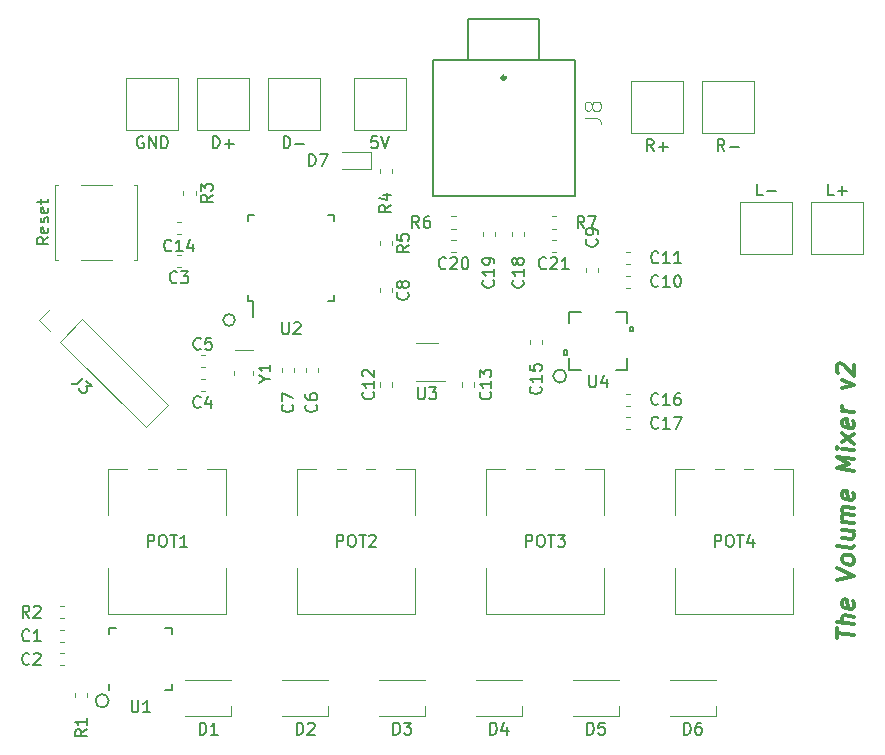
<source format=gbr>
G04 #@! TF.GenerationSoftware,KiCad,Pcbnew,(5.0.0)*
G04 #@! TF.CreationDate,2021-03-23T02:02:14-07:00*
G04 #@! TF.ProjectId,TheVolumeMixerV2,546865566F6C756D654D697865725632,rev?*
G04 #@! TF.SameCoordinates,Original*
G04 #@! TF.FileFunction,Legend,Top*
G04 #@! TF.FilePolarity,Positive*
%FSLAX46Y46*%
G04 Gerber Fmt 4.6, Leading zero omitted, Abs format (unit mm)*
G04 Created by KiCad (PCBNEW (5.0.0)) date 03/23/21 02:02:14*
%MOMM*%
%LPD*%
G01*
G04 APERTURE LIST*
%ADD10C,0.300000*%
%ADD11C,0.200000*%
%ADD12C,0.152400*%
%ADD13C,0.120000*%
%ADD14C,0.127000*%
%ADD15C,0.150000*%
%ADD16C,0.015000*%
G04 APERTURE END LIST*
D10*
X182178571Y-116182857D02*
X182178571Y-115325714D01*
X183678571Y-115941785D02*
X182178571Y-115754285D01*
X183678571Y-115013214D02*
X182178571Y-114825714D01*
X183678571Y-114370357D02*
X182892857Y-114272142D01*
X182750000Y-114325714D01*
X182678571Y-114459642D01*
X182678571Y-114673928D01*
X182750000Y-114825714D01*
X182821428Y-114906071D01*
X183607142Y-113075714D02*
X183678571Y-113227500D01*
X183678571Y-113513214D01*
X183607142Y-113647142D01*
X183464285Y-113700714D01*
X182892857Y-113629285D01*
X182750000Y-113540000D01*
X182678571Y-113388214D01*
X182678571Y-113102500D01*
X182750000Y-112968571D01*
X182892857Y-112915000D01*
X183035714Y-112932857D01*
X183178571Y-113665000D01*
X182178571Y-111254285D02*
X183678571Y-110941785D01*
X182178571Y-110254285D01*
X183678571Y-109727500D02*
X183607142Y-109861428D01*
X183535714Y-109923928D01*
X183392857Y-109977500D01*
X182964285Y-109923928D01*
X182821428Y-109834642D01*
X182750000Y-109754285D01*
X182678571Y-109602500D01*
X182678571Y-109388214D01*
X182750000Y-109254285D01*
X182821428Y-109191785D01*
X182964285Y-109138214D01*
X183392857Y-109191785D01*
X183535714Y-109281071D01*
X183607142Y-109361428D01*
X183678571Y-109513214D01*
X183678571Y-109727500D01*
X183678571Y-108370357D02*
X183607142Y-108504285D01*
X183464285Y-108557857D01*
X182178571Y-108397142D01*
X182678571Y-107031071D02*
X183678571Y-107156071D01*
X182678571Y-107673928D02*
X183464285Y-107772142D01*
X183607142Y-107718571D01*
X183678571Y-107584642D01*
X183678571Y-107370357D01*
X183607142Y-107218571D01*
X183535714Y-107138214D01*
X183678571Y-106441785D02*
X182678571Y-106316785D01*
X182821428Y-106334642D02*
X182750000Y-106254285D01*
X182678571Y-106102500D01*
X182678571Y-105888214D01*
X182750000Y-105754285D01*
X182892857Y-105700714D01*
X183678571Y-105798928D01*
X182892857Y-105700714D02*
X182750000Y-105611428D01*
X182678571Y-105459642D01*
X182678571Y-105245357D01*
X182750000Y-105111428D01*
X182892857Y-105057857D01*
X183678571Y-105156071D01*
X183607142Y-103861428D02*
X183678571Y-104013214D01*
X183678571Y-104298928D01*
X183607142Y-104432857D01*
X183464285Y-104486428D01*
X182892857Y-104415000D01*
X182750000Y-104325714D01*
X182678571Y-104173928D01*
X182678571Y-103888214D01*
X182750000Y-103754285D01*
X182892857Y-103700714D01*
X183035714Y-103718571D01*
X183178571Y-104450714D01*
X183678571Y-102013214D02*
X182178571Y-101825714D01*
X183250000Y-101459642D01*
X182178571Y-100825714D01*
X183678571Y-101013214D01*
X183678571Y-100298928D02*
X182678571Y-100173928D01*
X182178571Y-100111428D02*
X182250000Y-100191785D01*
X182321428Y-100129285D01*
X182250000Y-100048928D01*
X182178571Y-100111428D01*
X182321428Y-100129285D01*
X183678571Y-99727500D02*
X182678571Y-98816785D01*
X182678571Y-99602500D02*
X183678571Y-98941785D01*
X183607142Y-97790000D02*
X183678571Y-97941785D01*
X183678571Y-98227500D01*
X183607142Y-98361428D01*
X183464285Y-98415000D01*
X182892857Y-98343571D01*
X182750000Y-98254285D01*
X182678571Y-98102500D01*
X182678571Y-97816785D01*
X182750000Y-97682857D01*
X182892857Y-97629285D01*
X183035714Y-97647142D01*
X183178571Y-98379285D01*
X183678571Y-97084642D02*
X182678571Y-96959642D01*
X182964285Y-96995357D02*
X182821428Y-96906071D01*
X182750000Y-96825714D01*
X182678571Y-96673928D01*
X182678571Y-96531071D01*
X182678571Y-95031071D02*
X183678571Y-94798928D01*
X182678571Y-94316785D01*
X182321428Y-93772142D02*
X182250000Y-93691785D01*
X182178571Y-93540000D01*
X182178571Y-93182857D01*
X182250000Y-93048928D01*
X182321428Y-92986428D01*
X182464285Y-92932857D01*
X182607142Y-92950714D01*
X182821428Y-93048928D01*
X183678571Y-94013214D01*
X183678571Y-93084642D01*
D11*
X120559017Y-121500000D02*
G75*
G03X120559017Y-121500000I-559017J0D01*
G01*
X159309017Y-94000000D02*
G75*
G03X159309017Y-94000000I-559017J0D01*
G01*
X131250000Y-89250000D02*
G75*
G03X131250000Y-89250000I-500000J0D01*
G01*
D12*
G04 #@! TO.C,U4*
X164456000Y-93456000D02*
X164456000Y-92468246D01*
X164456000Y-88544000D02*
X163467994Y-88544000D01*
X159544000Y-88544000D02*
X159544000Y-89531754D01*
X159544000Y-93456000D02*
X160532006Y-93456000D01*
X163467994Y-93456000D02*
X164456000Y-93456000D01*
X164456000Y-89531754D02*
X164456000Y-88544000D01*
X160532006Y-88544000D02*
X159544000Y-88544000D01*
X159544000Y-92468246D02*
X159544000Y-93456000D01*
X164654000Y-90190248D02*
X164908000Y-90190248D01*
X164908000Y-90190248D02*
X164908000Y-89809248D01*
X164908000Y-89809248D02*
X164654000Y-89809248D01*
X164654000Y-89809248D02*
X164654000Y-90190248D01*
X159346000Y-92190752D02*
X159092000Y-92190752D01*
X159092000Y-92190752D02*
X159092000Y-91809752D01*
X159092000Y-91809752D02*
X159346000Y-91809752D01*
X159346000Y-91809752D02*
X159346000Y-92190752D01*
D13*
G04 #@! TO.C,D2*
X139150000Y-119754156D02*
X135250000Y-119754156D01*
X139150000Y-122754156D02*
X135250000Y-122754156D01*
X139150000Y-121954156D02*
X139150000Y-122754156D01*
G04 #@! TO.C,D1*
X130950000Y-119754156D02*
X127050000Y-119754156D01*
X130950000Y-122754156D02*
X127050000Y-122754156D01*
X130950000Y-121954156D02*
X130950000Y-122754156D01*
D14*
G04 #@! TO.C,J8*
X160000000Y-67250000D02*
X160000000Y-78750000D01*
X160000000Y-78750000D02*
X148000000Y-78750000D01*
X148000000Y-78750000D02*
X148000000Y-67250000D01*
D10*
X154150000Y-68750000D02*
G75*
G03X154150000Y-68750000I-150000J0D01*
G01*
D14*
X160000000Y-67250000D02*
X157000000Y-67250000D01*
X157000000Y-67250000D02*
X151000000Y-67250000D01*
X151000000Y-67250000D02*
X148000000Y-67250000D01*
X157000000Y-67250000D02*
X157000000Y-63750000D01*
X157000000Y-63750000D02*
X151000000Y-63750000D01*
X151000000Y-63750000D02*
X151000000Y-67250000D01*
D13*
G04 #@! TO.C,C2*
X116453733Y-117467078D02*
X116796267Y-117467078D01*
X116453733Y-118487078D02*
X116796267Y-118487078D01*
G04 #@! TO.C,C3*
X126671267Y-84760000D02*
X126328733Y-84760000D01*
X126671267Y-83740000D02*
X126328733Y-83740000D01*
G04 #@! TO.C,C6*
X138260000Y-93328733D02*
X138260000Y-93671267D01*
X137240000Y-93328733D02*
X137240000Y-93671267D01*
G04 #@! TO.C,C7*
X136260000Y-93328733D02*
X136260000Y-93671267D01*
X135240000Y-93328733D02*
X135240000Y-93671267D01*
G04 #@! TO.C,C18*
X155760000Y-81828733D02*
X155760000Y-82171267D01*
X154740000Y-81828733D02*
X154740000Y-82171267D01*
G04 #@! TO.C,C19*
X152240000Y-81828733D02*
X152240000Y-82171267D01*
X153260000Y-81828733D02*
X153260000Y-82171267D01*
G04 #@! TO.C,C12*
X144517233Y-94887384D02*
X144517233Y-94544850D01*
X143497233Y-94887384D02*
X143497233Y-94544850D01*
G04 #@! TO.C,C13*
X150497233Y-94887384D02*
X150497233Y-94544850D01*
X151517233Y-94887384D02*
X151517233Y-94544850D01*
G04 #@! TO.C,D7*
X140325000Y-76485000D02*
X142785000Y-76485000D01*
X142785000Y-76485000D02*
X142785000Y-75015000D01*
X142785000Y-75015000D02*
X140325000Y-75015000D01*
G04 #@! TO.C,5V*
X145700000Y-73200000D02*
X141300000Y-73200000D01*
X141300000Y-73200000D02*
X141300000Y-68800000D01*
X141300000Y-68800000D02*
X145700000Y-68800000D01*
X145700000Y-68800000D02*
X145700000Y-73200000D01*
G04 #@! TO.C,D-*
X138450000Y-68800000D02*
X138450000Y-73200000D01*
X134050000Y-68800000D02*
X138450000Y-68800000D01*
X134050000Y-73200000D02*
X134050000Y-68800000D01*
X138450000Y-73200000D02*
X134050000Y-73200000D01*
G04 #@! TO.C,J3*
X123684205Y-98315109D02*
X125565109Y-96434205D01*
X116457574Y-91088478D02*
X123684205Y-98315109D01*
X118338478Y-89207574D02*
X125565109Y-96434205D01*
X116457574Y-91088478D02*
X118338478Y-89207574D01*
X115559548Y-90190452D02*
X114619096Y-89250000D01*
X114619096Y-89250000D02*
X115559548Y-88309548D01*
G04 #@! TO.C,D+*
X132450000Y-73200000D02*
X128050000Y-73200000D01*
X128050000Y-73200000D02*
X128050000Y-68800000D01*
X128050000Y-68800000D02*
X132450000Y-68800000D01*
X132450000Y-68800000D02*
X132450000Y-73200000D01*
G04 #@! TO.C,GND*
X126450000Y-68800000D02*
X126450000Y-73200000D01*
X122050000Y-68800000D02*
X126450000Y-68800000D01*
X122050000Y-73200000D02*
X122050000Y-68800000D01*
X126450000Y-73200000D02*
X122050000Y-73200000D01*
G04 #@! TO.C,L+*
X180050000Y-79300000D02*
X184450000Y-79300000D01*
X184450000Y-79300000D02*
X184450000Y-83700000D01*
X184450000Y-83700000D02*
X180050000Y-83700000D01*
X180050000Y-83700000D02*
X180050000Y-79300000D01*
G04 #@! TO.C,L-*
X174050000Y-83700000D02*
X174050000Y-79300000D01*
X178450000Y-83700000D02*
X174050000Y-83700000D01*
X178450000Y-79300000D02*
X178450000Y-83700000D01*
X174050000Y-79300000D02*
X178450000Y-79300000D01*
G04 #@! TO.C,R-*
X170800000Y-73450000D02*
X170800000Y-69050000D01*
X175200000Y-73450000D02*
X170800000Y-73450000D01*
X175200000Y-69050000D02*
X175200000Y-73450000D01*
X170800000Y-69050000D02*
X175200000Y-69050000D01*
G04 #@! TO.C,R+*
X164800000Y-69050000D02*
X169200000Y-69050000D01*
X169200000Y-69050000D02*
X169200000Y-73450000D01*
X169200000Y-73450000D02*
X164800000Y-73450000D01*
X164800000Y-73450000D02*
X164800000Y-69050000D01*
G04 #@! TO.C,Reset*
X116300000Y-84150000D02*
X116050000Y-84150000D01*
X116050000Y-84150000D02*
X116050000Y-77850000D01*
X116050000Y-77850000D02*
X116300000Y-77850000D01*
X120800000Y-84150000D02*
X118200000Y-84150000D01*
X122700000Y-77850000D02*
X122950000Y-77850000D01*
X122950000Y-77850000D02*
X122950000Y-84150000D01*
X122950000Y-84150000D02*
X122700000Y-84150000D01*
X118200000Y-77850000D02*
X120800000Y-77850000D01*
D15*
G04 #@! TO.C,U2*
X132375000Y-87625000D02*
X132800000Y-87625000D01*
X132375000Y-80375000D02*
X132900000Y-80375000D01*
X139625000Y-80375000D02*
X139100000Y-80375000D01*
X139625000Y-87625000D02*
X139100000Y-87625000D01*
X132375000Y-87625000D02*
X132375000Y-87100000D01*
X139625000Y-87625000D02*
X139625000Y-87100000D01*
X139625000Y-80375000D02*
X139625000Y-80900000D01*
X132375000Y-80375000D02*
X132375000Y-80900000D01*
X132800000Y-87625000D02*
X132800000Y-89000000D01*
D13*
G04 #@! TO.C,U3*
X148400000Y-91191116D02*
X146600000Y-91191116D01*
X146600000Y-94411116D02*
X149050000Y-94411116D01*
G04 #@! TO.C,Y1*
X132800000Y-93600000D02*
X132800000Y-93900000D01*
X131200000Y-93600000D02*
X131200000Y-93900000D01*
X132750000Y-91800000D02*
X131250000Y-91800000D01*
G04 #@! TO.C,C1*
X116796267Y-116487078D02*
X116453733Y-116487078D01*
X116796267Y-115467078D02*
X116453733Y-115467078D01*
G04 #@! TO.C,C4*
X128343733Y-94240000D02*
X128686267Y-94240000D01*
X128343733Y-95260000D02*
X128686267Y-95260000D01*
G04 #@! TO.C,C5*
X128343733Y-93260000D02*
X128686267Y-93260000D01*
X128343733Y-92240000D02*
X128686267Y-92240000D01*
G04 #@! TO.C,C8*
X144510000Y-86921267D02*
X144510000Y-86578733D01*
X143490000Y-86921267D02*
X143490000Y-86578733D01*
G04 #@! TO.C,C9*
X160990000Y-85171267D02*
X160990000Y-84828733D01*
X162010000Y-85171267D02*
X162010000Y-84828733D01*
G04 #@! TO.C,C10*
X164328733Y-86510000D02*
X164671267Y-86510000D01*
X164328733Y-85490000D02*
X164671267Y-85490000D01*
G04 #@! TO.C,C11*
X164328733Y-83490000D02*
X164671267Y-83490000D01*
X164328733Y-84510000D02*
X164671267Y-84510000D01*
G04 #@! TO.C,C14*
X126328733Y-80990000D02*
X126671267Y-80990000D01*
X126328733Y-82010000D02*
X126671267Y-82010000D01*
G04 #@! TO.C,C15*
X156240000Y-90909809D02*
X156240000Y-91252343D01*
X157260000Y-90909809D02*
X157260000Y-91252343D01*
G04 #@! TO.C,C16*
X164328733Y-96510000D02*
X164671267Y-96510000D01*
X164328733Y-95490000D02*
X164671267Y-95490000D01*
G04 #@! TO.C,C17*
X164328733Y-97490000D02*
X164671267Y-97490000D01*
X164328733Y-98510000D02*
X164671267Y-98510000D01*
G04 #@! TO.C,R1*
X117740000Y-121148345D02*
X117740000Y-120805811D01*
X118760000Y-121148345D02*
X118760000Y-120805811D01*
G04 #@! TO.C,R2*
X116453733Y-114510000D02*
X116796267Y-114510000D01*
X116453733Y-113490000D02*
X116796267Y-113490000D01*
G04 #@! TO.C,R3*
X127910000Y-78328733D02*
X127910000Y-78671267D01*
X126890000Y-78328733D02*
X126890000Y-78671267D01*
G04 #@! TO.C,R4*
X143490000Y-76428733D02*
X143490000Y-76771267D01*
X144510000Y-76428733D02*
X144510000Y-76771267D01*
G04 #@! TO.C,R5*
X144510000Y-82578733D02*
X144510000Y-82921267D01*
X143490000Y-82578733D02*
X143490000Y-82921267D01*
G04 #@! TO.C,R6*
X149578733Y-80490000D02*
X149921267Y-80490000D01*
X149578733Y-81510000D02*
X149921267Y-81510000D01*
G04 #@! TO.C,R7*
X158405744Y-80490000D02*
X158063210Y-80490000D01*
X158405744Y-81510000D02*
X158063210Y-81510000D01*
G04 #@! TO.C,POT1*
X130470000Y-101880000D02*
X130470000Y-105745000D01*
X130470000Y-110255000D02*
X130470000Y-114120000D01*
X120530000Y-101880000D02*
X120530000Y-105745000D01*
X120530000Y-110255000D02*
X120530000Y-114120000D01*
X130470000Y-101880000D02*
X128871000Y-101880000D01*
X127129000Y-101880000D02*
X126370000Y-101880000D01*
X124629000Y-101880000D02*
X123870000Y-101880000D01*
X122130000Y-101880000D02*
X120530000Y-101880000D01*
X130470000Y-114120000D02*
X120530000Y-114120000D01*
G04 #@! TO.C,POT2*
X146470000Y-114120000D02*
X136530000Y-114120000D01*
X138130000Y-101880000D02*
X136530000Y-101880000D01*
X140629000Y-101880000D02*
X139870000Y-101880000D01*
X143129000Y-101880000D02*
X142370000Y-101880000D01*
X146470000Y-101880000D02*
X144871000Y-101880000D01*
X136530000Y-110255000D02*
X136530000Y-114120000D01*
X136530000Y-101880000D02*
X136530000Y-105745000D01*
X146470000Y-110255000D02*
X146470000Y-114120000D01*
X146470000Y-101880000D02*
X146470000Y-105745000D01*
G04 #@! TO.C,POT3*
X162470000Y-101880000D02*
X162470000Y-105745000D01*
X162470000Y-110255000D02*
X162470000Y-114120000D01*
X152530000Y-101880000D02*
X152530000Y-105745000D01*
X152530000Y-110255000D02*
X152530000Y-114120000D01*
X162470000Y-101880000D02*
X160871000Y-101880000D01*
X159129000Y-101880000D02*
X158370000Y-101880000D01*
X156629000Y-101880000D02*
X155870000Y-101880000D01*
X154130000Y-101880000D02*
X152530000Y-101880000D01*
X162470000Y-114120000D02*
X152530000Y-114120000D01*
G04 #@! TO.C,POT4*
X178470000Y-114120000D02*
X168530000Y-114120000D01*
X170130000Y-101880000D02*
X168530000Y-101880000D01*
X172629000Y-101880000D02*
X171870000Y-101880000D01*
X175129000Y-101880000D02*
X174370000Y-101880000D01*
X178470000Y-101880000D02*
X176871000Y-101880000D01*
X168530000Y-110255000D02*
X168530000Y-114120000D01*
X168530000Y-101880000D02*
X168530000Y-105745000D01*
X178470000Y-110255000D02*
X178470000Y-114120000D01*
X178470000Y-101880000D02*
X178470000Y-105745000D01*
G04 #@! TO.C,C20*
X149578733Y-82490000D02*
X149921267Y-82490000D01*
X149578733Y-83510000D02*
X149921267Y-83510000D01*
G04 #@! TO.C,C21*
X158405744Y-82490000D02*
X158063210Y-82490000D01*
X158405744Y-83510000D02*
X158063210Y-83510000D01*
D15*
G04 #@! TO.C,U1*
X120625000Y-115352078D02*
X121150000Y-115352078D01*
X125875000Y-120602078D02*
X125350000Y-120602078D01*
X125875000Y-115352078D02*
X125350000Y-115352078D01*
X120625000Y-120602078D02*
X120625000Y-120077078D01*
X125875000Y-120602078D02*
X125875000Y-120077078D01*
X125875000Y-115352078D02*
X125875000Y-115877078D01*
X120625000Y-115352078D02*
X120625000Y-115877078D01*
D13*
G04 #@! TO.C,D3*
X147350000Y-119750000D02*
X143450000Y-119750000D01*
X147350000Y-122750000D02*
X143450000Y-122750000D01*
X147350000Y-121950000D02*
X147350000Y-122750000D01*
G04 #@! TO.C,D4*
X155550000Y-121950000D02*
X155550000Y-122750000D01*
X155550000Y-122750000D02*
X151650000Y-122750000D01*
X155550000Y-119750000D02*
X151650000Y-119750000D01*
G04 #@! TO.C,D5*
X163750000Y-121950000D02*
X163750000Y-122750000D01*
X163750000Y-122750000D02*
X159850000Y-122750000D01*
X163750000Y-119750000D02*
X159850000Y-119750000D01*
G04 #@! TO.C,D6*
X171950000Y-119750000D02*
X168050000Y-119750000D01*
X171950000Y-122750000D02*
X168050000Y-122750000D01*
X171950000Y-121950000D02*
X171950000Y-122750000D01*
G04 #@! TD*
G04 #@! TO.C,U4*
D15*
X161238095Y-93952380D02*
X161238095Y-94761904D01*
X161285714Y-94857142D01*
X161333333Y-94904761D01*
X161428571Y-94952380D01*
X161619047Y-94952380D01*
X161714285Y-94904761D01*
X161761904Y-94857142D01*
X161809523Y-94761904D01*
X161809523Y-93952380D01*
X162714285Y-94285714D02*
X162714285Y-94952380D01*
X162476190Y-93904761D02*
X162238095Y-94619047D01*
X162857142Y-94619047D01*
G04 #@! TO.C,D2*
X136461904Y-124356536D02*
X136461904Y-123356536D01*
X136700000Y-123356536D01*
X136842857Y-123404156D01*
X136938095Y-123499394D01*
X136985714Y-123594632D01*
X137033333Y-123785108D01*
X137033333Y-123927965D01*
X136985714Y-124118441D01*
X136938095Y-124213679D01*
X136842857Y-124308917D01*
X136700000Y-124356536D01*
X136461904Y-124356536D01*
X137414285Y-123451775D02*
X137461904Y-123404156D01*
X137557142Y-123356536D01*
X137795238Y-123356536D01*
X137890476Y-123404156D01*
X137938095Y-123451775D01*
X137985714Y-123547013D01*
X137985714Y-123642251D01*
X137938095Y-123785108D01*
X137366666Y-124356536D01*
X137985714Y-124356536D01*
G04 #@! TO.C,D1*
X128261904Y-124356536D02*
X128261904Y-123356536D01*
X128500000Y-123356536D01*
X128642857Y-123404156D01*
X128738095Y-123499394D01*
X128785714Y-123594632D01*
X128833333Y-123785108D01*
X128833333Y-123927965D01*
X128785714Y-124118441D01*
X128738095Y-124213679D01*
X128642857Y-124308917D01*
X128500000Y-124356536D01*
X128261904Y-124356536D01*
X129785714Y-124356536D02*
X129214285Y-124356536D01*
X129500000Y-124356536D02*
X129500000Y-123356536D01*
X129404761Y-123499394D01*
X129309523Y-123594632D01*
X129214285Y-123642251D01*
G04 #@! TO.C,J8*
D16*
X160857180Y-72163027D02*
X161857888Y-72163027D01*
X162058030Y-72229741D01*
X162191458Y-72363169D01*
X162258172Y-72563310D01*
X162258172Y-72696738D01*
X161457605Y-71295746D02*
X161390891Y-71429174D01*
X161324177Y-71495888D01*
X161190749Y-71562602D01*
X161124035Y-71562602D01*
X160990607Y-71495888D01*
X160923894Y-71429174D01*
X160857180Y-71295746D01*
X160857180Y-71028890D01*
X160923894Y-70895463D01*
X160990607Y-70828749D01*
X161124035Y-70762035D01*
X161190749Y-70762035D01*
X161324177Y-70828749D01*
X161390891Y-70895463D01*
X161457605Y-71028890D01*
X161457605Y-71295746D01*
X161524319Y-71429174D01*
X161591033Y-71495888D01*
X161724460Y-71562602D01*
X161991316Y-71562602D01*
X162124744Y-71495888D01*
X162191458Y-71429174D01*
X162258172Y-71295746D01*
X162258172Y-71028890D01*
X162191458Y-70895463D01*
X162124744Y-70828749D01*
X161991316Y-70762035D01*
X161724460Y-70762035D01*
X161591033Y-70828749D01*
X161524319Y-70895463D01*
X161457605Y-71028890D01*
G04 #@! TO.C,C2*
D15*
X113833333Y-118357142D02*
X113785714Y-118404761D01*
X113642857Y-118452380D01*
X113547619Y-118452380D01*
X113404761Y-118404761D01*
X113309523Y-118309523D01*
X113261904Y-118214285D01*
X113214285Y-118023809D01*
X113214285Y-117880952D01*
X113261904Y-117690476D01*
X113309523Y-117595238D01*
X113404761Y-117500000D01*
X113547619Y-117452380D01*
X113642857Y-117452380D01*
X113785714Y-117500000D01*
X113833333Y-117547619D01*
X114214285Y-117547619D02*
X114261904Y-117500000D01*
X114357142Y-117452380D01*
X114595238Y-117452380D01*
X114690476Y-117500000D01*
X114738095Y-117547619D01*
X114785714Y-117642857D01*
X114785714Y-117738095D01*
X114738095Y-117880952D01*
X114166666Y-118452380D01*
X114785714Y-118452380D01*
G04 #@! TO.C,C3*
X126333333Y-86037142D02*
X126285714Y-86084761D01*
X126142857Y-86132380D01*
X126047619Y-86132380D01*
X125904761Y-86084761D01*
X125809523Y-85989523D01*
X125761904Y-85894285D01*
X125714285Y-85703809D01*
X125714285Y-85560952D01*
X125761904Y-85370476D01*
X125809523Y-85275238D01*
X125904761Y-85180000D01*
X126047619Y-85132380D01*
X126142857Y-85132380D01*
X126285714Y-85180000D01*
X126333333Y-85227619D01*
X126666666Y-85132380D02*
X127285714Y-85132380D01*
X126952380Y-85513333D01*
X127095238Y-85513333D01*
X127190476Y-85560952D01*
X127238095Y-85608571D01*
X127285714Y-85703809D01*
X127285714Y-85941904D01*
X127238095Y-86037142D01*
X127190476Y-86084761D01*
X127095238Y-86132380D01*
X126809523Y-86132380D01*
X126714285Y-86084761D01*
X126666666Y-86037142D01*
G04 #@! TO.C,C6*
X138107142Y-96416666D02*
X138154761Y-96464285D01*
X138202380Y-96607142D01*
X138202380Y-96702380D01*
X138154761Y-96845238D01*
X138059523Y-96940476D01*
X137964285Y-96988095D01*
X137773809Y-97035714D01*
X137630952Y-97035714D01*
X137440476Y-96988095D01*
X137345238Y-96940476D01*
X137250000Y-96845238D01*
X137202380Y-96702380D01*
X137202380Y-96607142D01*
X137250000Y-96464285D01*
X137297619Y-96416666D01*
X137202380Y-95559523D02*
X137202380Y-95750000D01*
X137250000Y-95845238D01*
X137297619Y-95892857D01*
X137440476Y-95988095D01*
X137630952Y-96035714D01*
X138011904Y-96035714D01*
X138107142Y-95988095D01*
X138154761Y-95940476D01*
X138202380Y-95845238D01*
X138202380Y-95654761D01*
X138154761Y-95559523D01*
X138107142Y-95511904D01*
X138011904Y-95464285D01*
X137773809Y-95464285D01*
X137678571Y-95511904D01*
X137630952Y-95559523D01*
X137583333Y-95654761D01*
X137583333Y-95845238D01*
X137630952Y-95940476D01*
X137678571Y-95988095D01*
X137773809Y-96035714D01*
G04 #@! TO.C,C7*
X136107142Y-96416666D02*
X136154761Y-96464285D01*
X136202380Y-96607142D01*
X136202380Y-96702380D01*
X136154761Y-96845238D01*
X136059523Y-96940476D01*
X135964285Y-96988095D01*
X135773809Y-97035714D01*
X135630952Y-97035714D01*
X135440476Y-96988095D01*
X135345238Y-96940476D01*
X135250000Y-96845238D01*
X135202380Y-96702380D01*
X135202380Y-96607142D01*
X135250000Y-96464285D01*
X135297619Y-96416666D01*
X135202380Y-96083333D02*
X135202380Y-95416666D01*
X136202380Y-95845238D01*
G04 #@! TO.C,C18*
X155607142Y-85892857D02*
X155654761Y-85940476D01*
X155702380Y-86083333D01*
X155702380Y-86178571D01*
X155654761Y-86321428D01*
X155559523Y-86416666D01*
X155464285Y-86464285D01*
X155273809Y-86511904D01*
X155130952Y-86511904D01*
X154940476Y-86464285D01*
X154845238Y-86416666D01*
X154750000Y-86321428D01*
X154702380Y-86178571D01*
X154702380Y-86083333D01*
X154750000Y-85940476D01*
X154797619Y-85892857D01*
X155702380Y-84940476D02*
X155702380Y-85511904D01*
X155702380Y-85226190D02*
X154702380Y-85226190D01*
X154845238Y-85321428D01*
X154940476Y-85416666D01*
X154988095Y-85511904D01*
X155130952Y-84369047D02*
X155083333Y-84464285D01*
X155035714Y-84511904D01*
X154940476Y-84559523D01*
X154892857Y-84559523D01*
X154797619Y-84511904D01*
X154750000Y-84464285D01*
X154702380Y-84369047D01*
X154702380Y-84178571D01*
X154750000Y-84083333D01*
X154797619Y-84035714D01*
X154892857Y-83988095D01*
X154940476Y-83988095D01*
X155035714Y-84035714D01*
X155083333Y-84083333D01*
X155130952Y-84178571D01*
X155130952Y-84369047D01*
X155178571Y-84464285D01*
X155226190Y-84511904D01*
X155321428Y-84559523D01*
X155511904Y-84559523D01*
X155607142Y-84511904D01*
X155654761Y-84464285D01*
X155702380Y-84369047D01*
X155702380Y-84178571D01*
X155654761Y-84083333D01*
X155607142Y-84035714D01*
X155511904Y-83988095D01*
X155321428Y-83988095D01*
X155226190Y-84035714D01*
X155178571Y-84083333D01*
X155130952Y-84178571D01*
G04 #@! TO.C,C19*
X153107142Y-85892857D02*
X153154761Y-85940476D01*
X153202380Y-86083333D01*
X153202380Y-86178571D01*
X153154761Y-86321428D01*
X153059523Y-86416666D01*
X152964285Y-86464285D01*
X152773809Y-86511904D01*
X152630952Y-86511904D01*
X152440476Y-86464285D01*
X152345238Y-86416666D01*
X152250000Y-86321428D01*
X152202380Y-86178571D01*
X152202380Y-86083333D01*
X152250000Y-85940476D01*
X152297619Y-85892857D01*
X153202380Y-84940476D02*
X153202380Y-85511904D01*
X153202380Y-85226190D02*
X152202380Y-85226190D01*
X152345238Y-85321428D01*
X152440476Y-85416666D01*
X152488095Y-85511904D01*
X153202380Y-84464285D02*
X153202380Y-84273809D01*
X153154761Y-84178571D01*
X153107142Y-84130952D01*
X152964285Y-84035714D01*
X152773809Y-83988095D01*
X152392857Y-83988095D01*
X152297619Y-84035714D01*
X152250000Y-84083333D01*
X152202380Y-84178571D01*
X152202380Y-84369047D01*
X152250000Y-84464285D01*
X152297619Y-84511904D01*
X152392857Y-84559523D01*
X152630952Y-84559523D01*
X152726190Y-84511904D01*
X152773809Y-84464285D01*
X152821428Y-84369047D01*
X152821428Y-84178571D01*
X152773809Y-84083333D01*
X152726190Y-84035714D01*
X152630952Y-83988095D01*
G04 #@! TO.C,C12*
X142934375Y-95358974D02*
X142981994Y-95406593D01*
X143029613Y-95549450D01*
X143029613Y-95644688D01*
X142981994Y-95787545D01*
X142886756Y-95882783D01*
X142791518Y-95930402D01*
X142601042Y-95978021D01*
X142458185Y-95978021D01*
X142267709Y-95930402D01*
X142172471Y-95882783D01*
X142077233Y-95787545D01*
X142029613Y-95644688D01*
X142029613Y-95549450D01*
X142077233Y-95406593D01*
X142124852Y-95358974D01*
X143029613Y-94406593D02*
X143029613Y-94978021D01*
X143029613Y-94692307D02*
X142029613Y-94692307D01*
X142172471Y-94787545D01*
X142267709Y-94882783D01*
X142315328Y-94978021D01*
X142124852Y-94025640D02*
X142077233Y-93978021D01*
X142029613Y-93882783D01*
X142029613Y-93644688D01*
X142077233Y-93549450D01*
X142124852Y-93501831D01*
X142220090Y-93454212D01*
X142315328Y-93454212D01*
X142458185Y-93501831D01*
X143029613Y-94073259D01*
X143029613Y-93454212D01*
G04 #@! TO.C,C13*
X152857142Y-95358974D02*
X152904761Y-95406593D01*
X152952380Y-95549450D01*
X152952380Y-95644688D01*
X152904761Y-95787545D01*
X152809523Y-95882783D01*
X152714285Y-95930402D01*
X152523809Y-95978021D01*
X152380952Y-95978021D01*
X152190476Y-95930402D01*
X152095238Y-95882783D01*
X152000000Y-95787545D01*
X151952380Y-95644688D01*
X151952380Y-95549450D01*
X152000000Y-95406593D01*
X152047619Y-95358974D01*
X152952380Y-94406593D02*
X152952380Y-94978021D01*
X152952380Y-94692307D02*
X151952380Y-94692307D01*
X152095238Y-94787545D01*
X152190476Y-94882783D01*
X152238095Y-94978021D01*
X151952380Y-94073259D02*
X151952380Y-93454212D01*
X152333333Y-93787545D01*
X152333333Y-93644688D01*
X152380952Y-93549450D01*
X152428571Y-93501831D01*
X152523809Y-93454212D01*
X152761904Y-93454212D01*
X152857142Y-93501831D01*
X152904761Y-93549450D01*
X152952380Y-93644688D01*
X152952380Y-93930402D01*
X152904761Y-94025640D01*
X152857142Y-94073259D01*
G04 #@! TO.C,D7*
X137511904Y-76202380D02*
X137511904Y-75202380D01*
X137750000Y-75202380D01*
X137892857Y-75250000D01*
X137988095Y-75345238D01*
X138035714Y-75440476D01*
X138083333Y-75630952D01*
X138083333Y-75773809D01*
X138035714Y-75964285D01*
X137988095Y-76059523D01*
X137892857Y-76154761D01*
X137750000Y-76202380D01*
X137511904Y-76202380D01*
X138416666Y-75202380D02*
X139083333Y-75202380D01*
X138654761Y-76202380D01*
G04 #@! TO.C,5V*
X143309523Y-73702380D02*
X142833333Y-73702380D01*
X142785714Y-74178571D01*
X142833333Y-74130952D01*
X142928571Y-74083333D01*
X143166666Y-74083333D01*
X143261904Y-74130952D01*
X143309523Y-74178571D01*
X143357142Y-74273809D01*
X143357142Y-74511904D01*
X143309523Y-74607142D01*
X143261904Y-74654761D01*
X143166666Y-74702380D01*
X142928571Y-74702380D01*
X142833333Y-74654761D01*
X142785714Y-74607142D01*
X143642857Y-73702380D02*
X143976190Y-74702380D01*
X144309523Y-73702380D01*
G04 #@! TO.C,D-*
X135369047Y-74702380D02*
X135369047Y-73702380D01*
X135607142Y-73702380D01*
X135750000Y-73750000D01*
X135845238Y-73845238D01*
X135892857Y-73940476D01*
X135940476Y-74130952D01*
X135940476Y-74273809D01*
X135892857Y-74464285D01*
X135845238Y-74559523D01*
X135750000Y-74654761D01*
X135607142Y-74702380D01*
X135369047Y-74702380D01*
X136369047Y-74321428D02*
X137130952Y-74321428D01*
G04 #@! TO.C,J3*
X118401522Y-94127072D02*
X117896446Y-94632148D01*
X117761759Y-94699492D01*
X117627072Y-94699492D01*
X117492385Y-94632148D01*
X117425042Y-94564805D01*
X118670896Y-94396446D02*
X119108629Y-94834179D01*
X118603553Y-94867851D01*
X118704568Y-94968866D01*
X118738240Y-95069881D01*
X118738240Y-95137225D01*
X118704568Y-95238240D01*
X118536209Y-95406599D01*
X118435194Y-95440270D01*
X118367851Y-95440270D01*
X118266835Y-95406599D01*
X118064805Y-95204568D01*
X118031133Y-95103553D01*
X118031133Y-95036209D01*
G04 #@! TO.C,D+*
X129369047Y-74702380D02*
X129369047Y-73702380D01*
X129607142Y-73702380D01*
X129750000Y-73750000D01*
X129845238Y-73845238D01*
X129892857Y-73940476D01*
X129940476Y-74130952D01*
X129940476Y-74273809D01*
X129892857Y-74464285D01*
X129845238Y-74559523D01*
X129750000Y-74654761D01*
X129607142Y-74702380D01*
X129369047Y-74702380D01*
X130369047Y-74321428D02*
X131130952Y-74321428D01*
X130750000Y-74702380D02*
X130750000Y-73940476D01*
G04 #@! TO.C,GND*
X123488095Y-73750000D02*
X123392857Y-73702380D01*
X123250000Y-73702380D01*
X123107142Y-73750000D01*
X123011904Y-73845238D01*
X122964285Y-73940476D01*
X122916666Y-74130952D01*
X122916666Y-74273809D01*
X122964285Y-74464285D01*
X123011904Y-74559523D01*
X123107142Y-74654761D01*
X123250000Y-74702380D01*
X123345238Y-74702380D01*
X123488095Y-74654761D01*
X123535714Y-74607142D01*
X123535714Y-74273809D01*
X123345238Y-74273809D01*
X123964285Y-74702380D02*
X123964285Y-73702380D01*
X124535714Y-74702380D01*
X124535714Y-73702380D01*
X125011904Y-74702380D02*
X125011904Y-73702380D01*
X125250000Y-73702380D01*
X125392857Y-73750000D01*
X125488095Y-73845238D01*
X125535714Y-73940476D01*
X125583333Y-74130952D01*
X125583333Y-74273809D01*
X125535714Y-74464285D01*
X125488095Y-74559523D01*
X125392857Y-74654761D01*
X125250000Y-74702380D01*
X125011904Y-74702380D01*
G04 #@! TO.C,L+*
X181940476Y-78702380D02*
X181464285Y-78702380D01*
X181464285Y-77702380D01*
X182273809Y-78321428D02*
X183035714Y-78321428D01*
X182654761Y-78702380D02*
X182654761Y-77940476D01*
G04 #@! TO.C,L-*
X175940476Y-78702380D02*
X175464285Y-78702380D01*
X175464285Y-77702380D01*
X176273809Y-78321428D02*
X177035714Y-78321428D01*
G04 #@! TO.C,R-*
X172690476Y-74952380D02*
X172357142Y-74476190D01*
X172119047Y-74952380D02*
X172119047Y-73952380D01*
X172500000Y-73952380D01*
X172595238Y-74000000D01*
X172642857Y-74047619D01*
X172690476Y-74142857D01*
X172690476Y-74285714D01*
X172642857Y-74380952D01*
X172595238Y-74428571D01*
X172500000Y-74476190D01*
X172119047Y-74476190D01*
X173119047Y-74571428D02*
X173880952Y-74571428D01*
G04 #@! TO.C,R+*
X166690476Y-74952380D02*
X166357142Y-74476190D01*
X166119047Y-74952380D02*
X166119047Y-73952380D01*
X166500000Y-73952380D01*
X166595238Y-74000000D01*
X166642857Y-74047619D01*
X166690476Y-74142857D01*
X166690476Y-74285714D01*
X166642857Y-74380952D01*
X166595238Y-74428571D01*
X166500000Y-74476190D01*
X166119047Y-74476190D01*
X167119047Y-74571428D02*
X167880952Y-74571428D01*
X167500000Y-74952380D02*
X167500000Y-74190476D01*
G04 #@! TO.C,Reset*
X115452380Y-82238095D02*
X114976190Y-82571428D01*
X115452380Y-82809523D02*
X114452380Y-82809523D01*
X114452380Y-82428571D01*
X114500000Y-82333333D01*
X114547619Y-82285714D01*
X114642857Y-82238095D01*
X114785714Y-82238095D01*
X114880952Y-82285714D01*
X114928571Y-82333333D01*
X114976190Y-82428571D01*
X114976190Y-82809523D01*
X115404761Y-81428571D02*
X115452380Y-81523809D01*
X115452380Y-81714285D01*
X115404761Y-81809523D01*
X115309523Y-81857142D01*
X114928571Y-81857142D01*
X114833333Y-81809523D01*
X114785714Y-81714285D01*
X114785714Y-81523809D01*
X114833333Y-81428571D01*
X114928571Y-81380952D01*
X115023809Y-81380952D01*
X115119047Y-81857142D01*
X115404761Y-81000000D02*
X115452380Y-80904761D01*
X115452380Y-80714285D01*
X115404761Y-80619047D01*
X115309523Y-80571428D01*
X115261904Y-80571428D01*
X115166666Y-80619047D01*
X115119047Y-80714285D01*
X115119047Y-80857142D01*
X115071428Y-80952380D01*
X114976190Y-81000000D01*
X114928571Y-81000000D01*
X114833333Y-80952380D01*
X114785714Y-80857142D01*
X114785714Y-80714285D01*
X114833333Y-80619047D01*
X115404761Y-79761904D02*
X115452380Y-79857142D01*
X115452380Y-80047619D01*
X115404761Y-80142857D01*
X115309523Y-80190476D01*
X114928571Y-80190476D01*
X114833333Y-80142857D01*
X114785714Y-80047619D01*
X114785714Y-79857142D01*
X114833333Y-79761904D01*
X114928571Y-79714285D01*
X115023809Y-79714285D01*
X115119047Y-80190476D01*
X114785714Y-79428571D02*
X114785714Y-79047619D01*
X114452380Y-79285714D02*
X115309523Y-79285714D01*
X115404761Y-79238095D01*
X115452380Y-79142857D01*
X115452380Y-79047619D01*
G04 #@! TO.C,U2*
X135238095Y-89452380D02*
X135238095Y-90261904D01*
X135285714Y-90357142D01*
X135333333Y-90404761D01*
X135428571Y-90452380D01*
X135619047Y-90452380D01*
X135714285Y-90404761D01*
X135761904Y-90357142D01*
X135809523Y-90261904D01*
X135809523Y-89452380D01*
X136238095Y-89547619D02*
X136285714Y-89500000D01*
X136380952Y-89452380D01*
X136619047Y-89452380D01*
X136714285Y-89500000D01*
X136761904Y-89547619D01*
X136809523Y-89642857D01*
X136809523Y-89738095D01*
X136761904Y-89880952D01*
X136190476Y-90452380D01*
X136809523Y-90452380D01*
G04 #@! TO.C,U3*
X146738095Y-94952380D02*
X146738095Y-95761904D01*
X146785714Y-95857142D01*
X146833333Y-95904761D01*
X146928571Y-95952380D01*
X147119047Y-95952380D01*
X147214285Y-95904761D01*
X147261904Y-95857142D01*
X147309523Y-95761904D01*
X147309523Y-94952380D01*
X147690476Y-94952380D02*
X148309523Y-94952380D01*
X147976190Y-95333333D01*
X148119047Y-95333333D01*
X148214285Y-95380952D01*
X148261904Y-95428571D01*
X148309523Y-95523809D01*
X148309523Y-95761904D01*
X148261904Y-95857142D01*
X148214285Y-95904761D01*
X148119047Y-95952380D01*
X147833333Y-95952380D01*
X147738095Y-95904761D01*
X147690476Y-95857142D01*
G04 #@! TO.C,Y1*
X133776190Y-94226190D02*
X134252380Y-94226190D01*
X133252380Y-94559523D02*
X133776190Y-94226190D01*
X133252380Y-93892857D01*
X134252380Y-93035714D02*
X134252380Y-93607142D01*
X134252380Y-93321428D02*
X133252380Y-93321428D01*
X133395238Y-93416666D01*
X133490476Y-93511904D01*
X133538095Y-93607142D01*
G04 #@! TO.C,C1*
X113833333Y-116357142D02*
X113785714Y-116404761D01*
X113642857Y-116452380D01*
X113547619Y-116452380D01*
X113404761Y-116404761D01*
X113309523Y-116309523D01*
X113261904Y-116214285D01*
X113214285Y-116023809D01*
X113214285Y-115880952D01*
X113261904Y-115690476D01*
X113309523Y-115595238D01*
X113404761Y-115500000D01*
X113547619Y-115452380D01*
X113642857Y-115452380D01*
X113785714Y-115500000D01*
X113833333Y-115547619D01*
X114785714Y-116452380D02*
X114214285Y-116452380D01*
X114500000Y-116452380D02*
X114500000Y-115452380D01*
X114404761Y-115595238D01*
X114309523Y-115690476D01*
X114214285Y-115738095D01*
G04 #@! TO.C,C4*
X128333333Y-96607142D02*
X128285714Y-96654761D01*
X128142857Y-96702380D01*
X128047619Y-96702380D01*
X127904761Y-96654761D01*
X127809523Y-96559523D01*
X127761904Y-96464285D01*
X127714285Y-96273809D01*
X127714285Y-96130952D01*
X127761904Y-95940476D01*
X127809523Y-95845238D01*
X127904761Y-95750000D01*
X128047619Y-95702380D01*
X128142857Y-95702380D01*
X128285714Y-95750000D01*
X128333333Y-95797619D01*
X129190476Y-96035714D02*
X129190476Y-96702380D01*
X128952380Y-95654761D02*
X128714285Y-96369047D01*
X129333333Y-96369047D01*
G04 #@! TO.C,C5*
X128348333Y-91677142D02*
X128300714Y-91724761D01*
X128157857Y-91772380D01*
X128062619Y-91772380D01*
X127919761Y-91724761D01*
X127824523Y-91629523D01*
X127776904Y-91534285D01*
X127729285Y-91343809D01*
X127729285Y-91200952D01*
X127776904Y-91010476D01*
X127824523Y-90915238D01*
X127919761Y-90820000D01*
X128062619Y-90772380D01*
X128157857Y-90772380D01*
X128300714Y-90820000D01*
X128348333Y-90867619D01*
X129253095Y-90772380D02*
X128776904Y-90772380D01*
X128729285Y-91248571D01*
X128776904Y-91200952D01*
X128872142Y-91153333D01*
X129110238Y-91153333D01*
X129205476Y-91200952D01*
X129253095Y-91248571D01*
X129300714Y-91343809D01*
X129300714Y-91581904D01*
X129253095Y-91677142D01*
X129205476Y-91724761D01*
X129110238Y-91772380D01*
X128872142Y-91772380D01*
X128776904Y-91724761D01*
X128729285Y-91677142D01*
G04 #@! TO.C,C8*
X145857142Y-86916666D02*
X145904761Y-86964285D01*
X145952380Y-87107142D01*
X145952380Y-87202380D01*
X145904761Y-87345238D01*
X145809523Y-87440476D01*
X145714285Y-87488095D01*
X145523809Y-87535714D01*
X145380952Y-87535714D01*
X145190476Y-87488095D01*
X145095238Y-87440476D01*
X145000000Y-87345238D01*
X144952380Y-87202380D01*
X144952380Y-87107142D01*
X145000000Y-86964285D01*
X145047619Y-86916666D01*
X145380952Y-86345238D02*
X145333333Y-86440476D01*
X145285714Y-86488095D01*
X145190476Y-86535714D01*
X145142857Y-86535714D01*
X145047619Y-86488095D01*
X145000000Y-86440476D01*
X144952380Y-86345238D01*
X144952380Y-86154761D01*
X145000000Y-86059523D01*
X145047619Y-86011904D01*
X145142857Y-85964285D01*
X145190476Y-85964285D01*
X145285714Y-86011904D01*
X145333333Y-86059523D01*
X145380952Y-86154761D01*
X145380952Y-86345238D01*
X145428571Y-86440476D01*
X145476190Y-86488095D01*
X145571428Y-86535714D01*
X145761904Y-86535714D01*
X145857142Y-86488095D01*
X145904761Y-86440476D01*
X145952380Y-86345238D01*
X145952380Y-86154761D01*
X145904761Y-86059523D01*
X145857142Y-86011904D01*
X145761904Y-85964285D01*
X145571428Y-85964285D01*
X145476190Y-86011904D01*
X145428571Y-86059523D01*
X145380952Y-86154761D01*
G04 #@! TO.C,C9*
X161857142Y-82416666D02*
X161904761Y-82464285D01*
X161952380Y-82607142D01*
X161952380Y-82702380D01*
X161904761Y-82845238D01*
X161809523Y-82940476D01*
X161714285Y-82988095D01*
X161523809Y-83035714D01*
X161380952Y-83035714D01*
X161190476Y-82988095D01*
X161095238Y-82940476D01*
X161000000Y-82845238D01*
X160952380Y-82702380D01*
X160952380Y-82607142D01*
X161000000Y-82464285D01*
X161047619Y-82416666D01*
X161952380Y-81940476D02*
X161952380Y-81750000D01*
X161904761Y-81654761D01*
X161857142Y-81607142D01*
X161714285Y-81511904D01*
X161523809Y-81464285D01*
X161142857Y-81464285D01*
X161047619Y-81511904D01*
X161000000Y-81559523D01*
X160952380Y-81654761D01*
X160952380Y-81845238D01*
X161000000Y-81940476D01*
X161047619Y-81988095D01*
X161142857Y-82035714D01*
X161380952Y-82035714D01*
X161476190Y-81988095D01*
X161523809Y-81940476D01*
X161571428Y-81845238D01*
X161571428Y-81654761D01*
X161523809Y-81559523D01*
X161476190Y-81511904D01*
X161380952Y-81464285D01*
G04 #@! TO.C,C10*
X167107142Y-86357142D02*
X167059523Y-86404761D01*
X166916666Y-86452380D01*
X166821428Y-86452380D01*
X166678571Y-86404761D01*
X166583333Y-86309523D01*
X166535714Y-86214285D01*
X166488095Y-86023809D01*
X166488095Y-85880952D01*
X166535714Y-85690476D01*
X166583333Y-85595238D01*
X166678571Y-85500000D01*
X166821428Y-85452380D01*
X166916666Y-85452380D01*
X167059523Y-85500000D01*
X167107142Y-85547619D01*
X168059523Y-86452380D02*
X167488095Y-86452380D01*
X167773809Y-86452380D02*
X167773809Y-85452380D01*
X167678571Y-85595238D01*
X167583333Y-85690476D01*
X167488095Y-85738095D01*
X168678571Y-85452380D02*
X168773809Y-85452380D01*
X168869047Y-85500000D01*
X168916666Y-85547619D01*
X168964285Y-85642857D01*
X169011904Y-85833333D01*
X169011904Y-86071428D01*
X168964285Y-86261904D01*
X168916666Y-86357142D01*
X168869047Y-86404761D01*
X168773809Y-86452380D01*
X168678571Y-86452380D01*
X168583333Y-86404761D01*
X168535714Y-86357142D01*
X168488095Y-86261904D01*
X168440476Y-86071428D01*
X168440476Y-85833333D01*
X168488095Y-85642857D01*
X168535714Y-85547619D01*
X168583333Y-85500000D01*
X168678571Y-85452380D01*
G04 #@! TO.C,C11*
X167107142Y-84357142D02*
X167059523Y-84404761D01*
X166916666Y-84452380D01*
X166821428Y-84452380D01*
X166678571Y-84404761D01*
X166583333Y-84309523D01*
X166535714Y-84214285D01*
X166488095Y-84023809D01*
X166488095Y-83880952D01*
X166535714Y-83690476D01*
X166583333Y-83595238D01*
X166678571Y-83500000D01*
X166821428Y-83452380D01*
X166916666Y-83452380D01*
X167059523Y-83500000D01*
X167107142Y-83547619D01*
X168059523Y-84452380D02*
X167488095Y-84452380D01*
X167773809Y-84452380D02*
X167773809Y-83452380D01*
X167678571Y-83595238D01*
X167583333Y-83690476D01*
X167488095Y-83738095D01*
X169011904Y-84452380D02*
X168440476Y-84452380D01*
X168726190Y-84452380D02*
X168726190Y-83452380D01*
X168630952Y-83595238D01*
X168535714Y-83690476D01*
X168440476Y-83738095D01*
G04 #@! TO.C,C14*
X125857142Y-83357142D02*
X125809523Y-83404761D01*
X125666666Y-83452380D01*
X125571428Y-83452380D01*
X125428571Y-83404761D01*
X125333333Y-83309523D01*
X125285714Y-83214285D01*
X125238095Y-83023809D01*
X125238095Y-82880952D01*
X125285714Y-82690476D01*
X125333333Y-82595238D01*
X125428571Y-82500000D01*
X125571428Y-82452380D01*
X125666666Y-82452380D01*
X125809523Y-82500000D01*
X125857142Y-82547619D01*
X126809523Y-83452380D02*
X126238095Y-83452380D01*
X126523809Y-83452380D02*
X126523809Y-82452380D01*
X126428571Y-82595238D01*
X126333333Y-82690476D01*
X126238095Y-82738095D01*
X127666666Y-82785714D02*
X127666666Y-83452380D01*
X127428571Y-82404761D02*
X127190476Y-83119047D01*
X127809523Y-83119047D01*
G04 #@! TO.C,C15*
X157107142Y-94892857D02*
X157154761Y-94940476D01*
X157202380Y-95083333D01*
X157202380Y-95178571D01*
X157154761Y-95321428D01*
X157059523Y-95416666D01*
X156964285Y-95464285D01*
X156773809Y-95511904D01*
X156630952Y-95511904D01*
X156440476Y-95464285D01*
X156345238Y-95416666D01*
X156250000Y-95321428D01*
X156202380Y-95178571D01*
X156202380Y-95083333D01*
X156250000Y-94940476D01*
X156297619Y-94892857D01*
X157202380Y-93940476D02*
X157202380Y-94511904D01*
X157202380Y-94226190D02*
X156202380Y-94226190D01*
X156345238Y-94321428D01*
X156440476Y-94416666D01*
X156488095Y-94511904D01*
X156202380Y-93035714D02*
X156202380Y-93511904D01*
X156678571Y-93559523D01*
X156630952Y-93511904D01*
X156583333Y-93416666D01*
X156583333Y-93178571D01*
X156630952Y-93083333D01*
X156678571Y-93035714D01*
X156773809Y-92988095D01*
X157011904Y-92988095D01*
X157107142Y-93035714D01*
X157154761Y-93083333D01*
X157202380Y-93178571D01*
X157202380Y-93416666D01*
X157154761Y-93511904D01*
X157107142Y-93559523D01*
G04 #@! TO.C,C16*
X167107142Y-96357142D02*
X167059523Y-96404761D01*
X166916666Y-96452380D01*
X166821428Y-96452380D01*
X166678571Y-96404761D01*
X166583333Y-96309523D01*
X166535714Y-96214285D01*
X166488095Y-96023809D01*
X166488095Y-95880952D01*
X166535714Y-95690476D01*
X166583333Y-95595238D01*
X166678571Y-95500000D01*
X166821428Y-95452380D01*
X166916666Y-95452380D01*
X167059523Y-95500000D01*
X167107142Y-95547619D01*
X168059523Y-96452380D02*
X167488095Y-96452380D01*
X167773809Y-96452380D02*
X167773809Y-95452380D01*
X167678571Y-95595238D01*
X167583333Y-95690476D01*
X167488095Y-95738095D01*
X168916666Y-95452380D02*
X168726190Y-95452380D01*
X168630952Y-95500000D01*
X168583333Y-95547619D01*
X168488095Y-95690476D01*
X168440476Y-95880952D01*
X168440476Y-96261904D01*
X168488095Y-96357142D01*
X168535714Y-96404761D01*
X168630952Y-96452380D01*
X168821428Y-96452380D01*
X168916666Y-96404761D01*
X168964285Y-96357142D01*
X169011904Y-96261904D01*
X169011904Y-96023809D01*
X168964285Y-95928571D01*
X168916666Y-95880952D01*
X168821428Y-95833333D01*
X168630952Y-95833333D01*
X168535714Y-95880952D01*
X168488095Y-95928571D01*
X168440476Y-96023809D01*
G04 #@! TO.C,C17*
X167107142Y-98357142D02*
X167059523Y-98404761D01*
X166916666Y-98452380D01*
X166821428Y-98452380D01*
X166678571Y-98404761D01*
X166583333Y-98309523D01*
X166535714Y-98214285D01*
X166488095Y-98023809D01*
X166488095Y-97880952D01*
X166535714Y-97690476D01*
X166583333Y-97595238D01*
X166678571Y-97500000D01*
X166821428Y-97452380D01*
X166916666Y-97452380D01*
X167059523Y-97500000D01*
X167107142Y-97547619D01*
X168059523Y-98452380D02*
X167488095Y-98452380D01*
X167773809Y-98452380D02*
X167773809Y-97452380D01*
X167678571Y-97595238D01*
X167583333Y-97690476D01*
X167488095Y-97738095D01*
X168392857Y-97452380D02*
X169059523Y-97452380D01*
X168630952Y-98452380D01*
G04 #@! TO.C,R1*
X118702380Y-123916666D02*
X118226190Y-124250000D01*
X118702380Y-124488095D02*
X117702380Y-124488095D01*
X117702380Y-124107142D01*
X117750000Y-124011904D01*
X117797619Y-123964285D01*
X117892857Y-123916666D01*
X118035714Y-123916666D01*
X118130952Y-123964285D01*
X118178571Y-124011904D01*
X118226190Y-124107142D01*
X118226190Y-124488095D01*
X118702380Y-122964285D02*
X118702380Y-123535714D01*
X118702380Y-123250000D02*
X117702380Y-123250000D01*
X117845238Y-123345238D01*
X117940476Y-123440476D01*
X117988095Y-123535714D01*
G04 #@! TO.C,R2*
X113833333Y-114452380D02*
X113500000Y-113976190D01*
X113261904Y-114452380D02*
X113261904Y-113452380D01*
X113642857Y-113452380D01*
X113738095Y-113500000D01*
X113785714Y-113547619D01*
X113833333Y-113642857D01*
X113833333Y-113785714D01*
X113785714Y-113880952D01*
X113738095Y-113928571D01*
X113642857Y-113976190D01*
X113261904Y-113976190D01*
X114214285Y-113547619D02*
X114261904Y-113500000D01*
X114357142Y-113452380D01*
X114595238Y-113452380D01*
X114690476Y-113500000D01*
X114738095Y-113547619D01*
X114785714Y-113642857D01*
X114785714Y-113738095D01*
X114738095Y-113880952D01*
X114166666Y-114452380D01*
X114785714Y-114452380D01*
G04 #@! TO.C,R3*
X129352380Y-78666666D02*
X128876190Y-79000000D01*
X129352380Y-79238095D02*
X128352380Y-79238095D01*
X128352380Y-78857142D01*
X128400000Y-78761904D01*
X128447619Y-78714285D01*
X128542857Y-78666666D01*
X128685714Y-78666666D01*
X128780952Y-78714285D01*
X128828571Y-78761904D01*
X128876190Y-78857142D01*
X128876190Y-79238095D01*
X128352380Y-78333333D02*
X128352380Y-77714285D01*
X128733333Y-78047619D01*
X128733333Y-77904761D01*
X128780952Y-77809523D01*
X128828571Y-77761904D01*
X128923809Y-77714285D01*
X129161904Y-77714285D01*
X129257142Y-77761904D01*
X129304761Y-77809523D01*
X129352380Y-77904761D01*
X129352380Y-78190476D01*
X129304761Y-78285714D01*
X129257142Y-78333333D01*
G04 #@! TO.C,R4*
X144452380Y-79516666D02*
X143976190Y-79850000D01*
X144452380Y-80088095D02*
X143452380Y-80088095D01*
X143452380Y-79707142D01*
X143500000Y-79611904D01*
X143547619Y-79564285D01*
X143642857Y-79516666D01*
X143785714Y-79516666D01*
X143880952Y-79564285D01*
X143928571Y-79611904D01*
X143976190Y-79707142D01*
X143976190Y-80088095D01*
X143785714Y-78659523D02*
X144452380Y-78659523D01*
X143404761Y-78897619D02*
X144119047Y-79135714D01*
X144119047Y-78516666D01*
G04 #@! TO.C,R5*
X145952380Y-82916666D02*
X145476190Y-83250000D01*
X145952380Y-83488095D02*
X144952380Y-83488095D01*
X144952380Y-83107142D01*
X145000000Y-83011904D01*
X145047619Y-82964285D01*
X145142857Y-82916666D01*
X145285714Y-82916666D01*
X145380952Y-82964285D01*
X145428571Y-83011904D01*
X145476190Y-83107142D01*
X145476190Y-83488095D01*
X144952380Y-82011904D02*
X144952380Y-82488095D01*
X145428571Y-82535714D01*
X145380952Y-82488095D01*
X145333333Y-82392857D01*
X145333333Y-82154761D01*
X145380952Y-82059523D01*
X145428571Y-82011904D01*
X145523809Y-81964285D01*
X145761904Y-81964285D01*
X145857142Y-82011904D01*
X145904761Y-82059523D01*
X145952380Y-82154761D01*
X145952380Y-82392857D01*
X145904761Y-82488095D01*
X145857142Y-82535714D01*
G04 #@! TO.C,R6*
X146833333Y-81452380D02*
X146500000Y-80976190D01*
X146261904Y-81452380D02*
X146261904Y-80452380D01*
X146642857Y-80452380D01*
X146738095Y-80500000D01*
X146785714Y-80547619D01*
X146833333Y-80642857D01*
X146833333Y-80785714D01*
X146785714Y-80880952D01*
X146738095Y-80928571D01*
X146642857Y-80976190D01*
X146261904Y-80976190D01*
X147690476Y-80452380D02*
X147500000Y-80452380D01*
X147404761Y-80500000D01*
X147357142Y-80547619D01*
X147261904Y-80690476D01*
X147214285Y-80880952D01*
X147214285Y-81261904D01*
X147261904Y-81357142D01*
X147309523Y-81404761D01*
X147404761Y-81452380D01*
X147595238Y-81452380D01*
X147690476Y-81404761D01*
X147738095Y-81357142D01*
X147785714Y-81261904D01*
X147785714Y-81023809D01*
X147738095Y-80928571D01*
X147690476Y-80880952D01*
X147595238Y-80833333D01*
X147404761Y-80833333D01*
X147309523Y-80880952D01*
X147261904Y-80928571D01*
X147214285Y-81023809D01*
G04 #@! TO.C,R7*
X160833333Y-81452380D02*
X160500000Y-80976190D01*
X160261904Y-81452380D02*
X160261904Y-80452380D01*
X160642857Y-80452380D01*
X160738095Y-80500000D01*
X160785714Y-80547619D01*
X160833333Y-80642857D01*
X160833333Y-80785714D01*
X160785714Y-80880952D01*
X160738095Y-80928571D01*
X160642857Y-80976190D01*
X160261904Y-80976190D01*
X161166666Y-80452380D02*
X161833333Y-80452380D01*
X161404761Y-81452380D01*
G04 #@! TO.C,POT1*
X123857142Y-108452380D02*
X123857142Y-107452380D01*
X124238095Y-107452380D01*
X124333333Y-107500000D01*
X124380952Y-107547619D01*
X124428571Y-107642857D01*
X124428571Y-107785714D01*
X124380952Y-107880952D01*
X124333333Y-107928571D01*
X124238095Y-107976190D01*
X123857142Y-107976190D01*
X125047619Y-107452380D02*
X125238095Y-107452380D01*
X125333333Y-107500000D01*
X125428571Y-107595238D01*
X125476190Y-107785714D01*
X125476190Y-108119047D01*
X125428571Y-108309523D01*
X125333333Y-108404761D01*
X125238095Y-108452380D01*
X125047619Y-108452380D01*
X124952380Y-108404761D01*
X124857142Y-108309523D01*
X124809523Y-108119047D01*
X124809523Y-107785714D01*
X124857142Y-107595238D01*
X124952380Y-107500000D01*
X125047619Y-107452380D01*
X125761904Y-107452380D02*
X126333333Y-107452380D01*
X126047619Y-108452380D02*
X126047619Y-107452380D01*
X127190476Y-108452380D02*
X126619047Y-108452380D01*
X126904761Y-108452380D02*
X126904761Y-107452380D01*
X126809523Y-107595238D01*
X126714285Y-107690476D01*
X126619047Y-107738095D01*
G04 #@! TO.C,POT2*
X139857142Y-108452380D02*
X139857142Y-107452380D01*
X140238095Y-107452380D01*
X140333333Y-107500000D01*
X140380952Y-107547619D01*
X140428571Y-107642857D01*
X140428571Y-107785714D01*
X140380952Y-107880952D01*
X140333333Y-107928571D01*
X140238095Y-107976190D01*
X139857142Y-107976190D01*
X141047619Y-107452380D02*
X141238095Y-107452380D01*
X141333333Y-107500000D01*
X141428571Y-107595238D01*
X141476190Y-107785714D01*
X141476190Y-108119047D01*
X141428571Y-108309523D01*
X141333333Y-108404761D01*
X141238095Y-108452380D01*
X141047619Y-108452380D01*
X140952380Y-108404761D01*
X140857142Y-108309523D01*
X140809523Y-108119047D01*
X140809523Y-107785714D01*
X140857142Y-107595238D01*
X140952380Y-107500000D01*
X141047619Y-107452380D01*
X141761904Y-107452380D02*
X142333333Y-107452380D01*
X142047619Y-108452380D02*
X142047619Y-107452380D01*
X142619047Y-107547619D02*
X142666666Y-107500000D01*
X142761904Y-107452380D01*
X143000000Y-107452380D01*
X143095238Y-107500000D01*
X143142857Y-107547619D01*
X143190476Y-107642857D01*
X143190476Y-107738095D01*
X143142857Y-107880952D01*
X142571428Y-108452380D01*
X143190476Y-108452380D01*
G04 #@! TO.C,POT3*
X155857142Y-108452380D02*
X155857142Y-107452380D01*
X156238095Y-107452380D01*
X156333333Y-107500000D01*
X156380952Y-107547619D01*
X156428571Y-107642857D01*
X156428571Y-107785714D01*
X156380952Y-107880952D01*
X156333333Y-107928571D01*
X156238095Y-107976190D01*
X155857142Y-107976190D01*
X157047619Y-107452380D02*
X157238095Y-107452380D01*
X157333333Y-107500000D01*
X157428571Y-107595238D01*
X157476190Y-107785714D01*
X157476190Y-108119047D01*
X157428571Y-108309523D01*
X157333333Y-108404761D01*
X157238095Y-108452380D01*
X157047619Y-108452380D01*
X156952380Y-108404761D01*
X156857142Y-108309523D01*
X156809523Y-108119047D01*
X156809523Y-107785714D01*
X156857142Y-107595238D01*
X156952380Y-107500000D01*
X157047619Y-107452380D01*
X157761904Y-107452380D02*
X158333333Y-107452380D01*
X158047619Y-108452380D02*
X158047619Y-107452380D01*
X158571428Y-107452380D02*
X159190476Y-107452380D01*
X158857142Y-107833333D01*
X159000000Y-107833333D01*
X159095238Y-107880952D01*
X159142857Y-107928571D01*
X159190476Y-108023809D01*
X159190476Y-108261904D01*
X159142857Y-108357142D01*
X159095238Y-108404761D01*
X159000000Y-108452380D01*
X158714285Y-108452380D01*
X158619047Y-108404761D01*
X158571428Y-108357142D01*
G04 #@! TO.C,POT4*
X171857142Y-108452380D02*
X171857142Y-107452380D01*
X172238095Y-107452380D01*
X172333333Y-107500000D01*
X172380952Y-107547619D01*
X172428571Y-107642857D01*
X172428571Y-107785714D01*
X172380952Y-107880952D01*
X172333333Y-107928571D01*
X172238095Y-107976190D01*
X171857142Y-107976190D01*
X173047619Y-107452380D02*
X173238095Y-107452380D01*
X173333333Y-107500000D01*
X173428571Y-107595238D01*
X173476190Y-107785714D01*
X173476190Y-108119047D01*
X173428571Y-108309523D01*
X173333333Y-108404761D01*
X173238095Y-108452380D01*
X173047619Y-108452380D01*
X172952380Y-108404761D01*
X172857142Y-108309523D01*
X172809523Y-108119047D01*
X172809523Y-107785714D01*
X172857142Y-107595238D01*
X172952380Y-107500000D01*
X173047619Y-107452380D01*
X173761904Y-107452380D02*
X174333333Y-107452380D01*
X174047619Y-108452380D02*
X174047619Y-107452380D01*
X175095238Y-107785714D02*
X175095238Y-108452380D01*
X174857142Y-107404761D02*
X174619047Y-108119047D01*
X175238095Y-108119047D01*
G04 #@! TO.C,C20*
X149107142Y-84857142D02*
X149059523Y-84904761D01*
X148916666Y-84952380D01*
X148821428Y-84952380D01*
X148678571Y-84904761D01*
X148583333Y-84809523D01*
X148535714Y-84714285D01*
X148488095Y-84523809D01*
X148488095Y-84380952D01*
X148535714Y-84190476D01*
X148583333Y-84095238D01*
X148678571Y-84000000D01*
X148821428Y-83952380D01*
X148916666Y-83952380D01*
X149059523Y-84000000D01*
X149107142Y-84047619D01*
X149488095Y-84047619D02*
X149535714Y-84000000D01*
X149630952Y-83952380D01*
X149869047Y-83952380D01*
X149964285Y-84000000D01*
X150011904Y-84047619D01*
X150059523Y-84142857D01*
X150059523Y-84238095D01*
X150011904Y-84380952D01*
X149440476Y-84952380D01*
X150059523Y-84952380D01*
X150678571Y-83952380D02*
X150773809Y-83952380D01*
X150869047Y-84000000D01*
X150916666Y-84047619D01*
X150964285Y-84142857D01*
X151011904Y-84333333D01*
X151011904Y-84571428D01*
X150964285Y-84761904D01*
X150916666Y-84857142D01*
X150869047Y-84904761D01*
X150773809Y-84952380D01*
X150678571Y-84952380D01*
X150583333Y-84904761D01*
X150535714Y-84857142D01*
X150488095Y-84761904D01*
X150440476Y-84571428D01*
X150440476Y-84333333D01*
X150488095Y-84142857D01*
X150535714Y-84047619D01*
X150583333Y-84000000D01*
X150678571Y-83952380D01*
G04 #@! TO.C,C21*
X157591619Y-84857142D02*
X157544000Y-84904761D01*
X157401143Y-84952380D01*
X157305905Y-84952380D01*
X157163048Y-84904761D01*
X157067810Y-84809523D01*
X157020191Y-84714285D01*
X156972572Y-84523809D01*
X156972572Y-84380952D01*
X157020191Y-84190476D01*
X157067810Y-84095238D01*
X157163048Y-84000000D01*
X157305905Y-83952380D01*
X157401143Y-83952380D01*
X157544000Y-84000000D01*
X157591619Y-84047619D01*
X157972572Y-84047619D02*
X158020191Y-84000000D01*
X158115429Y-83952380D01*
X158353524Y-83952380D01*
X158448762Y-84000000D01*
X158496381Y-84047619D01*
X158544000Y-84142857D01*
X158544000Y-84238095D01*
X158496381Y-84380952D01*
X157924953Y-84952380D01*
X158544000Y-84952380D01*
X159496381Y-84952380D02*
X158924953Y-84952380D01*
X159210667Y-84952380D02*
X159210667Y-83952380D01*
X159115429Y-84095238D01*
X159020191Y-84190476D01*
X158924953Y-84238095D01*
G04 #@! TO.C,U1*
X122488095Y-121452380D02*
X122488095Y-122261904D01*
X122535714Y-122357142D01*
X122583333Y-122404761D01*
X122678571Y-122452380D01*
X122869047Y-122452380D01*
X122964285Y-122404761D01*
X123011904Y-122357142D01*
X123059523Y-122261904D01*
X123059523Y-121452380D01*
X124059523Y-122452380D02*
X123488095Y-122452380D01*
X123773809Y-122452380D02*
X123773809Y-121452380D01*
X123678571Y-121595238D01*
X123583333Y-121690476D01*
X123488095Y-121738095D01*
G04 #@! TO.C,D3*
X144661904Y-124352380D02*
X144661904Y-123352380D01*
X144900000Y-123352380D01*
X145042857Y-123400000D01*
X145138095Y-123495238D01*
X145185714Y-123590476D01*
X145233333Y-123780952D01*
X145233333Y-123923809D01*
X145185714Y-124114285D01*
X145138095Y-124209523D01*
X145042857Y-124304761D01*
X144900000Y-124352380D01*
X144661904Y-124352380D01*
X145566666Y-123352380D02*
X146185714Y-123352380D01*
X145852380Y-123733333D01*
X145995238Y-123733333D01*
X146090476Y-123780952D01*
X146138095Y-123828571D01*
X146185714Y-123923809D01*
X146185714Y-124161904D01*
X146138095Y-124257142D01*
X146090476Y-124304761D01*
X145995238Y-124352380D01*
X145709523Y-124352380D01*
X145614285Y-124304761D01*
X145566666Y-124257142D01*
G04 #@! TO.C,D4*
X152861904Y-124352380D02*
X152861904Y-123352380D01*
X153100000Y-123352380D01*
X153242857Y-123400000D01*
X153338095Y-123495238D01*
X153385714Y-123590476D01*
X153433333Y-123780952D01*
X153433333Y-123923809D01*
X153385714Y-124114285D01*
X153338095Y-124209523D01*
X153242857Y-124304761D01*
X153100000Y-124352380D01*
X152861904Y-124352380D01*
X154290476Y-123685714D02*
X154290476Y-124352380D01*
X154052380Y-123304761D02*
X153814285Y-124019047D01*
X154433333Y-124019047D01*
G04 #@! TO.C,D5*
X161061904Y-124352380D02*
X161061904Y-123352380D01*
X161300000Y-123352380D01*
X161442857Y-123400000D01*
X161538095Y-123495238D01*
X161585714Y-123590476D01*
X161633333Y-123780952D01*
X161633333Y-123923809D01*
X161585714Y-124114285D01*
X161538095Y-124209523D01*
X161442857Y-124304761D01*
X161300000Y-124352380D01*
X161061904Y-124352380D01*
X162538095Y-123352380D02*
X162061904Y-123352380D01*
X162014285Y-123828571D01*
X162061904Y-123780952D01*
X162157142Y-123733333D01*
X162395238Y-123733333D01*
X162490476Y-123780952D01*
X162538095Y-123828571D01*
X162585714Y-123923809D01*
X162585714Y-124161904D01*
X162538095Y-124257142D01*
X162490476Y-124304761D01*
X162395238Y-124352380D01*
X162157142Y-124352380D01*
X162061904Y-124304761D01*
X162014285Y-124257142D01*
G04 #@! TO.C,D6*
X169261904Y-124352380D02*
X169261904Y-123352380D01*
X169500000Y-123352380D01*
X169642857Y-123400000D01*
X169738095Y-123495238D01*
X169785714Y-123590476D01*
X169833333Y-123780952D01*
X169833333Y-123923809D01*
X169785714Y-124114285D01*
X169738095Y-124209523D01*
X169642857Y-124304761D01*
X169500000Y-124352380D01*
X169261904Y-124352380D01*
X170690476Y-123352380D02*
X170500000Y-123352380D01*
X170404761Y-123400000D01*
X170357142Y-123447619D01*
X170261904Y-123590476D01*
X170214285Y-123780952D01*
X170214285Y-124161904D01*
X170261904Y-124257142D01*
X170309523Y-124304761D01*
X170404761Y-124352380D01*
X170595238Y-124352380D01*
X170690476Y-124304761D01*
X170738095Y-124257142D01*
X170785714Y-124161904D01*
X170785714Y-123923809D01*
X170738095Y-123828571D01*
X170690476Y-123780952D01*
X170595238Y-123733333D01*
X170404761Y-123733333D01*
X170309523Y-123780952D01*
X170261904Y-123828571D01*
X170214285Y-123923809D01*
G04 #@! TD*
M02*

</source>
